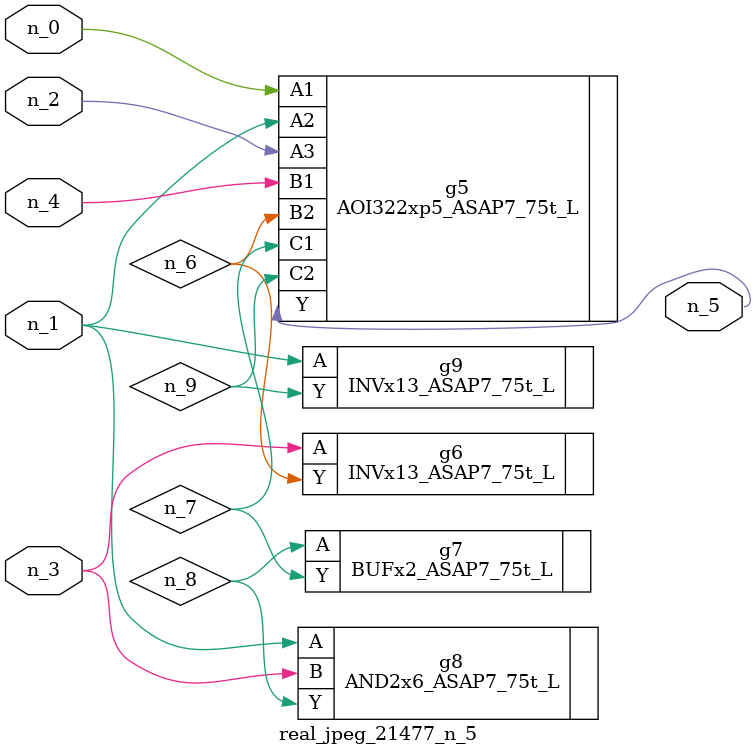
<source format=v>
module real_jpeg_21477_n_5 (n_4, n_0, n_1, n_2, n_3, n_5);

input n_4;
input n_0;
input n_1;
input n_2;
input n_3;

output n_5;

wire n_8;
wire n_6;
wire n_7;
wire n_9;

AOI322xp5_ASAP7_75t_L g5 ( 
.A1(n_0),
.A2(n_1),
.A3(n_2),
.B1(n_4),
.B2(n_6),
.C1(n_7),
.C2(n_9),
.Y(n_5)
);

AND2x6_ASAP7_75t_L g8 ( 
.A(n_1),
.B(n_3),
.Y(n_8)
);

INVx13_ASAP7_75t_L g9 ( 
.A(n_1),
.Y(n_9)
);

INVx13_ASAP7_75t_L g6 ( 
.A(n_3),
.Y(n_6)
);

BUFx2_ASAP7_75t_L g7 ( 
.A(n_8),
.Y(n_7)
);


endmodule
</source>
